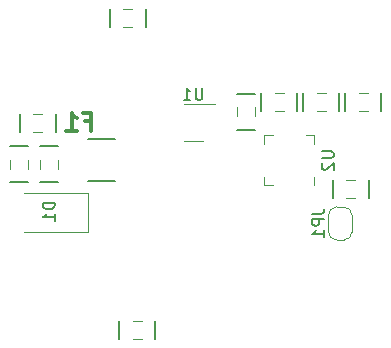
<source format=gbr>
%TF.GenerationSoftware,KiCad,Pcbnew,6.0.4-6f826c9f35~116~ubuntu20.04.1*%
%TF.CreationDate,2022-05-22T07:46:04+00:00*%
%TF.ProjectId,USB232R02A,55534232-3332-4523-9032-412e6b696361,rev?*%
%TF.SameCoordinates,Original*%
%TF.FileFunction,Legend,Bot*%
%TF.FilePolarity,Positive*%
%FSLAX46Y46*%
G04 Gerber Fmt 4.6, Leading zero omitted, Abs format (unit mm)*
G04 Created by KiCad (PCBNEW 6.0.4-6f826c9f35~116~ubuntu20.04.1) date 2022-05-22 07:46:04*
%MOMM*%
%LPD*%
G01*
G04 APERTURE LIST*
%ADD10C,0.150000*%
%ADD11C,0.304800*%
%ADD12C,0.120000*%
G04 APERTURE END LIST*
D10*
%TO.C,U2*%
X156102380Y-98482095D02*
X156911904Y-98482095D01*
X157007142Y-98529714D01*
X157054761Y-98577333D01*
X157102380Y-98672571D01*
X157102380Y-98863047D01*
X157054761Y-98958285D01*
X157007142Y-99005904D01*
X156911904Y-99053523D01*
X156102380Y-99053523D01*
X156197619Y-99482095D02*
X156150000Y-99529714D01*
X156102380Y-99624952D01*
X156102380Y-99863047D01*
X156150000Y-99958285D01*
X156197619Y-100005904D01*
X156292857Y-100053523D01*
X156388095Y-100053523D01*
X156530952Y-100005904D01*
X157102380Y-99434476D01*
X157102380Y-100053523D01*
%TO.C,U1*%
X145989404Y-93121380D02*
X145989404Y-93930904D01*
X145941785Y-94026142D01*
X145894166Y-94073761D01*
X145798928Y-94121380D01*
X145608452Y-94121380D01*
X145513214Y-94073761D01*
X145465595Y-94026142D01*
X145417976Y-93930904D01*
X145417976Y-93121380D01*
X144417976Y-94121380D02*
X144989404Y-94121380D01*
X144703690Y-94121380D02*
X144703690Y-93121380D01*
X144798928Y-93264238D01*
X144894166Y-93359476D01*
X144989404Y-93407095D01*
%TO.C,D1*%
X133482380Y-102823904D02*
X132482380Y-102823904D01*
X132482380Y-103062000D01*
X132530000Y-103204857D01*
X132625238Y-103300095D01*
X132720476Y-103347714D01*
X132910952Y-103395333D01*
X133053809Y-103395333D01*
X133244285Y-103347714D01*
X133339523Y-103300095D01*
X133434761Y-103204857D01*
X133482380Y-103062000D01*
X133482380Y-102823904D01*
X133482380Y-104347714D02*
X133482380Y-103776285D01*
X133482380Y-104062000D02*
X132482380Y-104062000D01*
X132625238Y-103966761D01*
X132720476Y-103871523D01*
X132768095Y-103776285D01*
D11*
%TO.C,F1*%
X136078000Y-95960142D02*
X136586000Y-95960142D01*
X136586000Y-96758428D02*
X136586000Y-95234428D01*
X135860285Y-95234428D01*
X134481428Y-96758428D02*
X135352285Y-96758428D01*
X134916857Y-96758428D02*
X134916857Y-95234428D01*
X135062000Y-95452142D01*
X135207142Y-95597285D01*
X135352285Y-95669857D01*
D10*
%TO.C,JP1*%
X155320380Y-103759666D02*
X156034666Y-103759666D01*
X156177523Y-103712047D01*
X156272761Y-103616809D01*
X156320380Y-103473952D01*
X156320380Y-103378714D01*
X156320380Y-104235857D02*
X155320380Y-104235857D01*
X155320380Y-104616809D01*
X155368000Y-104712047D01*
X155415619Y-104759666D01*
X155510857Y-104807285D01*
X155653714Y-104807285D01*
X155748952Y-104759666D01*
X155796571Y-104712047D01*
X155844190Y-104616809D01*
X155844190Y-104235857D01*
X156320380Y-105759666D02*
X156320380Y-105188238D01*
X156320380Y-105473952D02*
X155320380Y-105473952D01*
X155463238Y-105378714D01*
X155558476Y-105283476D01*
X155606095Y-105188238D01*
%TO.C,R3*%
X141221500Y-87941000D02*
X141221500Y-86417000D01*
D12*
X139316500Y-87941000D02*
X140078500Y-87941000D01*
D10*
X138173500Y-86417000D02*
X138173500Y-87941000D01*
D12*
X139316500Y-86417000D02*
X140078500Y-86417000D01*
D10*
%TO.C,C3*%
X150429000Y-93592500D02*
X148905000Y-93592500D01*
D12*
X150429000Y-95497500D02*
X150429000Y-94735500D01*
X148905000Y-95497500D02*
X148905000Y-94735500D01*
D10*
X148905000Y-96640500D02*
X150429000Y-96640500D01*
%TO.C,FB1*%
X132268000Y-101085500D02*
X133792000Y-101085500D01*
D12*
X132268000Y-99180500D02*
X132268000Y-99942500D01*
D10*
X133792000Y-98037500D02*
X132268000Y-98037500D01*
D12*
X133792000Y-99180500D02*
X133792000Y-99942500D01*
D10*
%TO.C,C1*%
X130553500Y-95307000D02*
X130553500Y-96831000D01*
D12*
X132458500Y-96831000D02*
X131696500Y-96831000D01*
X132458500Y-95307000D02*
X131696500Y-95307000D01*
D10*
X133601500Y-96831000D02*
X133601500Y-95307000D01*
D12*
%TO.C,R2*%
X159255500Y-93529000D02*
X160017500Y-93529000D01*
X159255500Y-95053000D02*
X160017500Y-95053000D01*
D10*
X161160500Y-95053000D02*
X161160500Y-93529000D01*
X158112500Y-93529000D02*
X158112500Y-95053000D01*
D12*
%TO.C,U2*%
X151240000Y-100629000D02*
X151240000Y-101354000D01*
X155460000Y-97859000D02*
X155460000Y-97134000D01*
X155460000Y-97134000D02*
X154735000Y-97134000D01*
X151240000Y-101354000D02*
X151965000Y-101354000D01*
X151240000Y-97859000D02*
X151240000Y-97134000D01*
X151240000Y-97134000D02*
X151965000Y-97134000D01*
X155460000Y-100629000D02*
X155460000Y-101354000D01*
%TO.C,R1*%
X155699500Y-93529000D02*
X156461500Y-93529000D01*
X155699500Y-95053000D02*
X156461500Y-95053000D01*
D10*
X157604500Y-95053000D02*
X157604500Y-93529000D01*
X154556500Y-93529000D02*
X154556500Y-95053000D01*
%TO.C,C4*%
X151000500Y-93529000D02*
X151000500Y-95053000D01*
X154048500Y-95053000D02*
X154048500Y-93529000D01*
D12*
X152905500Y-95053000D02*
X152143500Y-95053000D01*
X152905500Y-93529000D02*
X152143500Y-93529000D01*
%TO.C,U1*%
X145227500Y-94509000D02*
X147027500Y-94509000D01*
X145227500Y-97629000D02*
X146027500Y-97629000D01*
X145227500Y-97629000D02*
X144427500Y-97629000D01*
X145227500Y-94509000D02*
X144427500Y-94509000D01*
D10*
%TO.C,C2*%
X131252000Y-98037500D02*
X129728000Y-98037500D01*
D12*
X131252000Y-99942500D02*
X131252000Y-99180500D01*
X129728000Y-99942500D02*
X129728000Y-99180500D01*
D10*
X129728000Y-101085500D02*
X131252000Y-101085500D01*
D12*
%TO.C,C5*%
X158938000Y-100895000D02*
X158176000Y-100895000D01*
X158938000Y-102419000D02*
X158176000Y-102419000D01*
D10*
X160081000Y-102419000D02*
X160081000Y-100895000D01*
X157033000Y-100895000D02*
X157033000Y-102419000D01*
D12*
%TO.C,D1*%
X136335000Y-105339000D02*
X130935000Y-105339000D01*
X136335000Y-102039000D02*
X130935000Y-102039000D01*
X136335000Y-102039000D02*
X136335000Y-105339000D01*
D10*
%TO.C,F1*%
X138573000Y-97466000D02*
X136287000Y-97466000D01*
X138573000Y-101022000D02*
X136287000Y-101022000D01*
D12*
%TO.C,JP1*%
X156668000Y-103893000D02*
X156668000Y-105293000D01*
X157968000Y-103193000D02*
X157368000Y-103193000D01*
X157368000Y-105993000D02*
X157968000Y-105993000D01*
X158668000Y-105293000D02*
X158668000Y-103893000D01*
X157968000Y-105993000D02*
G75*
G03*
X158668000Y-105293000I0J700000D01*
G01*
X156668000Y-105293000D02*
G75*
G03*
X157368000Y-105993000I700000J0D01*
G01*
X158668000Y-103893000D02*
G75*
G03*
X157968000Y-103193000I-699999J1D01*
G01*
X157368000Y-103193000D02*
G75*
G03*
X156668000Y-103893000I-1J-699999D01*
G01*
%TO.C,R4*%
X140881000Y-112838000D02*
X140119000Y-112838000D01*
D10*
X142024000Y-114362000D02*
X142024000Y-112838000D01*
X138976000Y-112838000D02*
X138976000Y-114362000D01*
D12*
X140881000Y-114362000D02*
X140119000Y-114362000D01*
%TD*%
M02*

</source>
